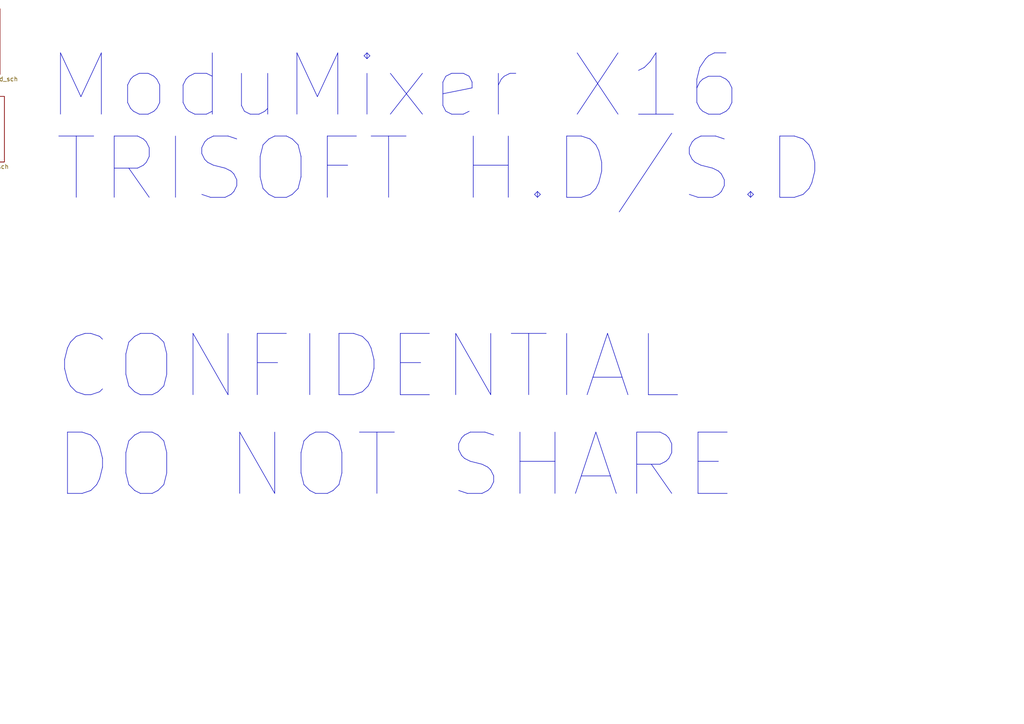
<source format=kicad_sch>
(kicad_sch
	(version 20231120)
	(generator "eeschema")
	(generator_version "8.0")
	(uuid "fadb9020-91eb-42b2-bae5-fc377ddb2855")
	(paper "A4")
	(lib_symbols)
	(text "ModuMixer X16"
		(exclude_from_sim no)
		(at 13.208 25.146 0)
		(effects
			(font
				(size 17.78 17.78)
			)
			(justify left)
		)
		(uuid "2b9bc1dd-6c4e-4d84-9e69-d590cc64beec")
	)
	(text "TRISOFT H.D/S.D\n\nCONFIDENTIAL\nDO NOT SHARE"
		(exclude_from_sim no)
		(at 15.24 92.202 0)
		(effects
			(font
				(size 17.78 17.78)
			)
			(justify left)
		)
		(uuid "6ae593fa-7ad1-4d54-aeb0-b162787911fa")
	)
	(sheet
		(at -22.86 2.54)
		(size 22.86 19.05)
		(fields_autoplaced yes)
		(stroke
			(width 0.1524)
			(type solid)
		)
		(fill
			(color 0 0 0 0.0000)
		)
		(uuid "a4293494-7626-4d4b-b505-ae5729cac456")
		(property "Sheetname" "Output circuit"
			(at -22.86 1.8284 0)
			(effects
				(font
					(size 1.27 1.27)
				)
				(justify left bottom)
			)
		)
		(property "Sheetfile" "output circuit.kicad_sch"
			(at -22.86 22.1746 0)
			(effects
				(font
					(size 1.27 1.27)
				)
				(justify left top)
			)
		)
		(instances
			(project "Output module"
				(path "/fadb9020-91eb-42b2-bae5-fc377ddb2855"
					(page "2")
				)
			)
		)
	)
	(sheet
		(at -22.86 27.94)
		(size 24.13 19.05)
		(fields_autoplaced yes)
		(stroke
			(width 0.1524)
			(type solid)
		)
		(fill
			(color 0 0 0 0.0000)
		)
		(uuid "ca2f526a-1e07-48bd-8587-9402a57efd21")
		(property "Sheetname" "Connectors"
			(at -22.86 27.2284 0)
			(effects
				(font
					(size 1.27 1.27)
				)
				(justify left bottom)
			)
		)
		(property "Sheetfile" "connectors.kicad_sch"
			(at -22.86 47.5746 0)
			(effects
				(font
					(size 1.27 1.27)
				)
				(justify left top)
			)
		)
		(instances
			(project "Output module"
				(path "/fadb9020-91eb-42b2-bae5-fc377ddb2855"
					(page "3")
				)
			)
		)
	)
	(sheet_instances
		(path "/"
			(page "1")
		)
	)
)

</source>
